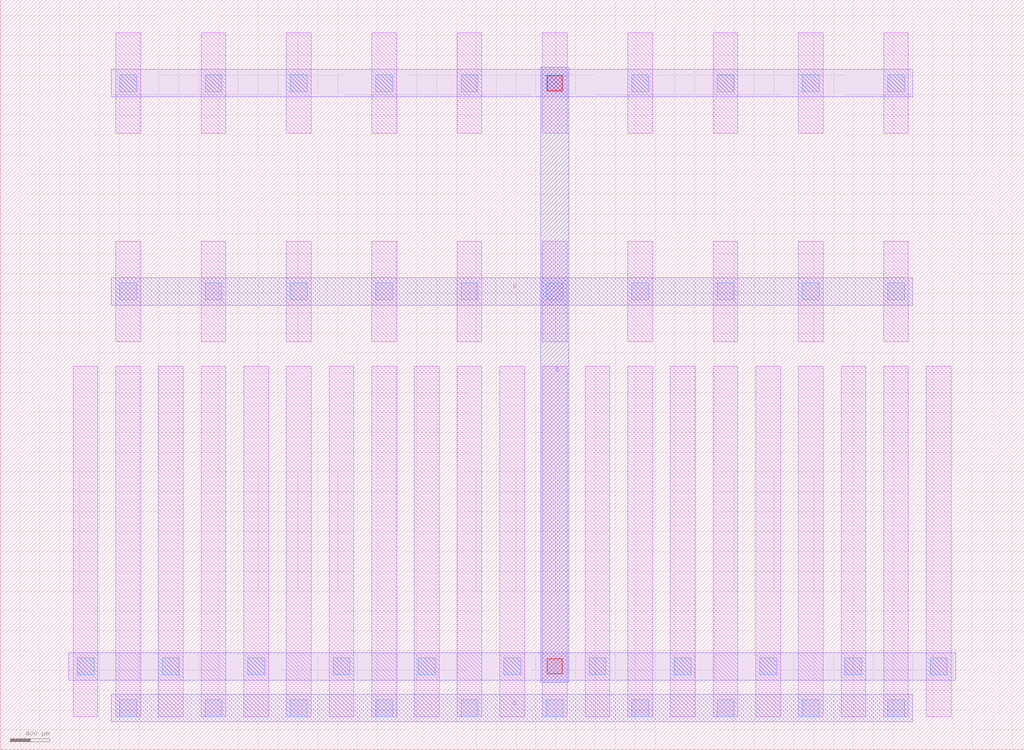
<source format=lef>
MACRO NMOS_S_6078655_X10_Y1
  UNITS 
    DATABASE MICRONS UNITS 1000;
  END UNITS 
  ORIGIN 0 0 ;
  FOREIGN NMOS_S_6078655_X10_Y1 0 0 ;
  SIZE 10320 BY 7560 ;
  PIN D
    DIRECTION INOUT ;
    USE SIGNAL ;
    PORT
      LAYER M2 ;
        RECT 1120 280 9200 560 ;
    END
  END D
  PIN G
    DIRECTION INOUT ;
    USE SIGNAL ;
    PORT
      LAYER M2 ;
        RECT 1120 4480 9200 4760 ;
    END
  END G
  PIN S
    DIRECTION INOUT ;
    USE SIGNAL ;
    PORT
      LAYER M3 ;
        RECT 5450 680 5730 6880 ;
    END
  END S
  OBS
    LAYER M1 ;
      RECT 1165 335 1415 3865 ;
    LAYER M1 ;
      RECT 1165 4115 1415 5125 ;
    LAYER M1 ;
      RECT 1165 6215 1415 7225 ;
    LAYER M1 ;
      RECT 735 335 985 3865 ;
    LAYER M1 ;
      RECT 1595 335 1845 3865 ;
    LAYER M1 ;
      RECT 2025 335 2275 3865 ;
    LAYER M1 ;
      RECT 2025 4115 2275 5125 ;
    LAYER M1 ;
      RECT 2025 6215 2275 7225 ;
    LAYER M1 ;
      RECT 2455 335 2705 3865 ;
    LAYER M1 ;
      RECT 2885 335 3135 3865 ;
    LAYER M1 ;
      RECT 2885 4115 3135 5125 ;
    LAYER M1 ;
      RECT 2885 6215 3135 7225 ;
    LAYER M1 ;
      RECT 3315 335 3565 3865 ;
    LAYER M1 ;
      RECT 3745 335 3995 3865 ;
    LAYER M1 ;
      RECT 3745 4115 3995 5125 ;
    LAYER M1 ;
      RECT 3745 6215 3995 7225 ;
    LAYER M1 ;
      RECT 4175 335 4425 3865 ;
    LAYER M1 ;
      RECT 4605 335 4855 3865 ;
    LAYER M1 ;
      RECT 4605 4115 4855 5125 ;
    LAYER M1 ;
      RECT 4605 6215 4855 7225 ;
    LAYER M1 ;
      RECT 5035 335 5285 3865 ;
    LAYER M1 ;
      RECT 5465 335 5715 3865 ;
    LAYER M1 ;
      RECT 5465 4115 5715 5125 ;
    LAYER M1 ;
      RECT 5465 6215 5715 7225 ;
    LAYER M1 ;
      RECT 5895 335 6145 3865 ;
    LAYER M1 ;
      RECT 6325 335 6575 3865 ;
    LAYER M1 ;
      RECT 6325 4115 6575 5125 ;
    LAYER M1 ;
      RECT 6325 6215 6575 7225 ;
    LAYER M1 ;
      RECT 6755 335 7005 3865 ;
    LAYER M1 ;
      RECT 7185 335 7435 3865 ;
    LAYER M1 ;
      RECT 7185 4115 7435 5125 ;
    LAYER M1 ;
      RECT 7185 6215 7435 7225 ;
    LAYER M1 ;
      RECT 7615 335 7865 3865 ;
    LAYER M1 ;
      RECT 8045 335 8295 3865 ;
    LAYER M1 ;
      RECT 8045 4115 8295 5125 ;
    LAYER M1 ;
      RECT 8045 6215 8295 7225 ;
    LAYER M1 ;
      RECT 8475 335 8725 3865 ;
    LAYER M1 ;
      RECT 8905 335 9155 3865 ;
    LAYER M1 ;
      RECT 8905 4115 9155 5125 ;
    LAYER M1 ;
      RECT 8905 6215 9155 7225 ;
    LAYER M1 ;
      RECT 9335 335 9585 3865 ;
    LAYER M2 ;
      RECT 1120 6580 9200 6860 ;
    LAYER M2 ;
      RECT 690 700 9630 980 ;
    LAYER V1 ;
      RECT 1205 335 1375 505 ;
    LAYER V1 ;
      RECT 1205 4535 1375 4705 ;
    LAYER V1 ;
      RECT 1205 6635 1375 6805 ;
    LAYER V1 ;
      RECT 2065 335 2235 505 ;
    LAYER V1 ;
      RECT 2065 4535 2235 4705 ;
    LAYER V1 ;
      RECT 2065 6635 2235 6805 ;
    LAYER V1 ;
      RECT 2925 335 3095 505 ;
    LAYER V1 ;
      RECT 2925 4535 3095 4705 ;
    LAYER V1 ;
      RECT 2925 6635 3095 6805 ;
    LAYER V1 ;
      RECT 3785 335 3955 505 ;
    LAYER V1 ;
      RECT 3785 4535 3955 4705 ;
    LAYER V1 ;
      RECT 3785 6635 3955 6805 ;
    LAYER V1 ;
      RECT 4645 335 4815 505 ;
    LAYER V1 ;
      RECT 4645 4535 4815 4705 ;
    LAYER V1 ;
      RECT 4645 6635 4815 6805 ;
    LAYER V1 ;
      RECT 5505 335 5675 505 ;
    LAYER V1 ;
      RECT 5505 4535 5675 4705 ;
    LAYER V1 ;
      RECT 5505 6635 5675 6805 ;
    LAYER V1 ;
      RECT 6365 335 6535 505 ;
    LAYER V1 ;
      RECT 6365 4535 6535 4705 ;
    LAYER V1 ;
      RECT 6365 6635 6535 6805 ;
    LAYER V1 ;
      RECT 7225 335 7395 505 ;
    LAYER V1 ;
      RECT 7225 4535 7395 4705 ;
    LAYER V1 ;
      RECT 7225 6635 7395 6805 ;
    LAYER V1 ;
      RECT 8085 335 8255 505 ;
    LAYER V1 ;
      RECT 8085 4535 8255 4705 ;
    LAYER V1 ;
      RECT 8085 6635 8255 6805 ;
    LAYER V1 ;
      RECT 8945 335 9115 505 ;
    LAYER V1 ;
      RECT 8945 4535 9115 4705 ;
    LAYER V1 ;
      RECT 8945 6635 9115 6805 ;
    LAYER V1 ;
      RECT 775 755 945 925 ;
    LAYER V1 ;
      RECT 1635 755 1805 925 ;
    LAYER V1 ;
      RECT 2495 755 2665 925 ;
    LAYER V1 ;
      RECT 3355 755 3525 925 ;
    LAYER V1 ;
      RECT 4215 755 4385 925 ;
    LAYER V1 ;
      RECT 5075 755 5245 925 ;
    LAYER V1 ;
      RECT 5935 755 6105 925 ;
    LAYER V1 ;
      RECT 6795 755 6965 925 ;
    LAYER V1 ;
      RECT 7655 755 7825 925 ;
    LAYER V1 ;
      RECT 8515 755 8685 925 ;
    LAYER V1 ;
      RECT 9375 755 9545 925 ;
    LAYER V2 ;
      RECT 5515 765 5665 915 ;
    LAYER V2 ;
      RECT 5515 6645 5665 6795 ;
  END
END NMOS_S_6078655_X10_Y1

</source>
